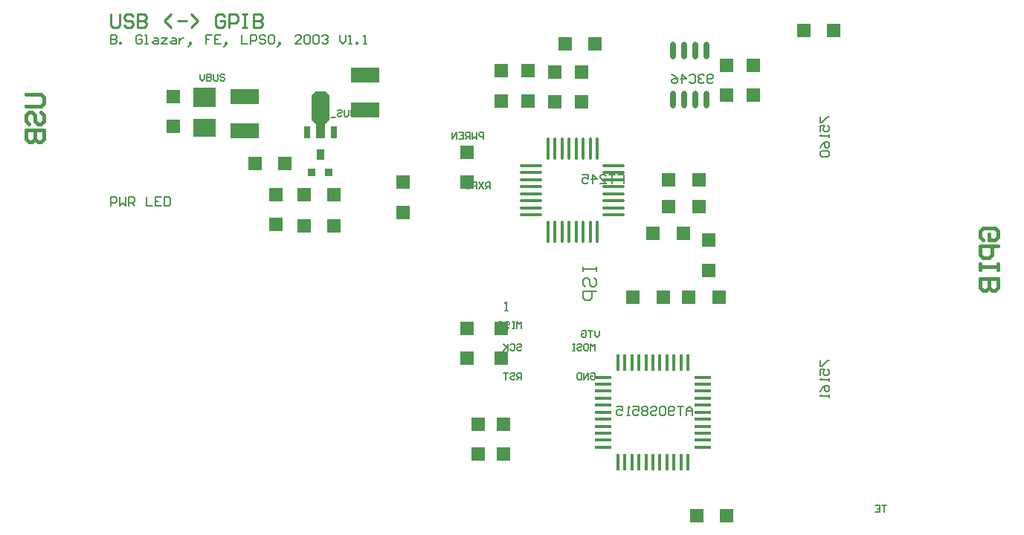
<source format=gtp>
%FSLAX25Y25*%
%MOIN*%
G70*
G01*
G75*
G04 Layer_Color=8421504*
%ADD10C,0.01200*%
%ADD11R,0.03150X0.05512*%
G04:AMPARAMS|DCode=12|XSize=78.74mil|YSize=149.61mil|CornerRadius=0mil|HoleSize=0mil|Usage=FLASHONLY|Rotation=0.000|XOffset=0mil|YOffset=0mil|HoleType=Round|Shape=Octagon|*
%AMOCTAGOND12*
4,1,8,-0.01969,0.07480,0.01969,0.07480,0.03937,0.05512,0.03937,-0.05512,0.01969,-0.07480,-0.01969,-0.07480,-0.03937,-0.05512,-0.03937,0.05512,-0.01969,0.07480,0.0*
%
%ADD12OCTAGOND12*%

%ADD13R,0.03937X0.07299*%
%ADD14R,0.03600X0.05000*%
%ADD15R,0.03600X0.03600*%
%ADD16O,0.02400X0.08000*%
%ADD17R,0.13000X0.07000*%
%ADD18R,0.01600X0.07500*%
%ADD19R,0.07500X0.01600*%
%ADD20O,0.01600X0.10000*%
%ADD21O,0.10000X0.01600*%
%ADD22R,0.10000X0.08000*%
%ADD23R,0.10000X0.09000*%
%ADD24R,0.06000X0.06000*%
%ADD25R,0.06000X0.06000*%
%ADD26C,0.02800*%
%ADD27C,0.01600*%
%ADD28C,0.02400*%
%ADD29C,0.01400*%
%ADD30C,0.01000*%
%ADD31C,0.00800*%
%ADD32C,0.20000*%
%ADD33O,0.07000X0.08500*%
%ADD34C,0.07000*%
%ADD35R,0.07000X0.07000*%
%ADD36C,0.08000*%
%ADD37C,0.06200*%
%ADD38R,0.06200X0.06200*%
%ADD39O,0.07000X0.06000*%
%ADD40R,0.07000X0.06000*%
%ADD41C,0.05000*%
%ADD42C,0.00787*%
D11*
X3159811Y528000D02*
D03*
X3148000D02*
D03*
D12*
X3153905Y539024D02*
D03*
D13*
Y528894D02*
D03*
D14*
X3153800Y518000D02*
D03*
D15*
X3157500Y510000D02*
D03*
X3150000D02*
D03*
D16*
X3312000Y542500D02*
D03*
X3317000D02*
D03*
X3322000D02*
D03*
X3327000D02*
D03*
Y564500D02*
D03*
X3322000D02*
D03*
X3317000D02*
D03*
X3312000D02*
D03*
D17*
X3120000Y544000D02*
D03*
Y528500D02*
D03*
X3174000Y553500D02*
D03*
Y538000D02*
D03*
D18*
X3309200Y424700D02*
D03*
X3312300D02*
D03*
X3315500D02*
D03*
X3318600D02*
D03*
Y379900D02*
D03*
X3315500D02*
D03*
X3312300D02*
D03*
X3309200D02*
D03*
X3306000D02*
D03*
X3287200Y424700D02*
D03*
X3290300D02*
D03*
X3293500D02*
D03*
X3296600D02*
D03*
X3299800D02*
D03*
X3302900D02*
D03*
X3306000D02*
D03*
X3302900Y379900D02*
D03*
X3299800D02*
D03*
X3296600D02*
D03*
X3293500D02*
D03*
X3290300D02*
D03*
X3287200D02*
D03*
D19*
X3325400Y418000D02*
D03*
Y414900D02*
D03*
Y411800D02*
D03*
Y408600D02*
D03*
Y405500D02*
D03*
Y392900D02*
D03*
Y389800D02*
D03*
Y386600D02*
D03*
Y402300D02*
D03*
Y399200D02*
D03*
Y396100D02*
D03*
X3280500Y386600D02*
D03*
Y389800D02*
D03*
Y392900D02*
D03*
Y399200D02*
D03*
Y402300D02*
D03*
Y405500D02*
D03*
Y408600D02*
D03*
Y411800D02*
D03*
Y414900D02*
D03*
Y418000D02*
D03*
Y396100D02*
D03*
D20*
X3278000Y520500D02*
D03*
X3274900D02*
D03*
X3271700D02*
D03*
X3262300D02*
D03*
X3259100D02*
D03*
X3256000D02*
D03*
Y483300D02*
D03*
X3259100D02*
D03*
X3262300D02*
D03*
X3265400D02*
D03*
X3268600D02*
D03*
X3271700D02*
D03*
X3274900D02*
D03*
X3278000D02*
D03*
X3268600Y520500D02*
D03*
X3265400D02*
D03*
D21*
X3248400Y512900D02*
D03*
Y506600D02*
D03*
Y503600D02*
D03*
Y500300D02*
D03*
Y497200D02*
D03*
Y494000D02*
D03*
Y490900D02*
D03*
X3285400D02*
D03*
Y494000D02*
D03*
Y497200D02*
D03*
Y500300D02*
D03*
Y503600D02*
D03*
Y506600D02*
D03*
Y512900D02*
D03*
X3248400Y509800D02*
D03*
X3285400D02*
D03*
D22*
X3102000Y530000D02*
D03*
D23*
Y543500D02*
D03*
D24*
X3370500Y573500D02*
D03*
X3384000D02*
D03*
X3138000Y514000D02*
D03*
X3124500D02*
D03*
X3160000Y500000D02*
D03*
X3146500D02*
D03*
X3160000Y486000D02*
D03*
X3146500D02*
D03*
X3303000Y482500D02*
D03*
X3316500D02*
D03*
X3310000Y506500D02*
D03*
X3323500D02*
D03*
X3336000Y356000D02*
D03*
X3322500D02*
D03*
X3319000Y454000D02*
D03*
X3332500D02*
D03*
X3277000Y567500D02*
D03*
X3263500D02*
D03*
X3294000Y454000D02*
D03*
X3307500D02*
D03*
X3310000Y494500D02*
D03*
X3323500D02*
D03*
D25*
X3235000Y440000D02*
D03*
Y426500D02*
D03*
X3336000Y544500D02*
D03*
Y558000D02*
D03*
X3348000Y544500D02*
D03*
Y558000D02*
D03*
X3235000Y555500D02*
D03*
Y542000D02*
D03*
X3247000Y555500D02*
D03*
Y542000D02*
D03*
X3259000Y555000D02*
D03*
Y541500D02*
D03*
X3134000Y500000D02*
D03*
Y486500D02*
D03*
X3219500Y440000D02*
D03*
Y426500D02*
D03*
X3191000Y505500D02*
D03*
Y492000D02*
D03*
X3236000Y383500D02*
D03*
Y397000D02*
D03*
X3224500Y383500D02*
D03*
Y397000D02*
D03*
X3088000Y544000D02*
D03*
Y530500D02*
D03*
X3219500Y505500D02*
D03*
Y519000D02*
D03*
X3328000Y479500D02*
D03*
Y466000D02*
D03*
X3271000Y541500D02*
D03*
Y555000D02*
D03*
D27*
X3022003Y545000D02*
X3028667D01*
X3030000Y543667D01*
Y541001D01*
X3028667Y539668D01*
X3022003D01*
X3023335Y531671D02*
X3022003Y533004D01*
Y535670D01*
X3023335Y537003D01*
X3024668D01*
X3026001Y535670D01*
Y533004D01*
X3027334Y531671D01*
X3028667D01*
X3030000Y533004D01*
Y535670D01*
X3028667Y537003D01*
X3022003Y529005D02*
X3030000D01*
Y525006D01*
X3028667Y523674D01*
X3027334D01*
X3026001Y525006D01*
Y529005D01*
Y525006D01*
X3024668Y523674D01*
X3023335D01*
X3022003Y525006D01*
Y529005D01*
X3450835Y479668D02*
X3449503Y481001D01*
Y483667D01*
X3450835Y485000D01*
X3456167D01*
X3457500Y483667D01*
Y481001D01*
X3456167Y479668D01*
X3453501D01*
Y482334D01*
X3457500Y477003D02*
X3449503D01*
Y473004D01*
X3450835Y471671D01*
X3453501D01*
X3454834Y473004D01*
Y477003D01*
X3449503Y469005D02*
Y466339D01*
Y467672D01*
X3457500D01*
Y469005D01*
Y466339D01*
X3449503Y462341D02*
X3457500D01*
Y458342D01*
X3456167Y457009D01*
X3454834D01*
X3453501Y458342D01*
Y462341D01*
Y458342D01*
X3452168Y457009D01*
X3450835D01*
X3449503Y458342D01*
Y462341D01*
D30*
X3060000Y580998D02*
Y576000D01*
X3061000Y575000D01*
X3062999D01*
X3063999Y576000D01*
Y580998D01*
X3069997Y579998D02*
X3068997Y580998D01*
X3066998D01*
X3065998Y579998D01*
Y578999D01*
X3066998Y577999D01*
X3068997D01*
X3069997Y576999D01*
Y576000D01*
X3068997Y575000D01*
X3066998D01*
X3065998Y576000D01*
X3071996Y580998D02*
Y575000D01*
X3074995D01*
X3075995Y576000D01*
Y576999D01*
X3074995Y577999D01*
X3071996D01*
X3074995D01*
X3075995Y578999D01*
Y579998D01*
X3074995Y580998D01*
X3071996D01*
X3086991Y575000D02*
X3083992Y577999D01*
X3086991Y580998D01*
X3089990Y577999D02*
X3093989D01*
X3095988Y575000D02*
X3098987Y577999D01*
X3095988Y580998D01*
X3110983Y579998D02*
X3109984Y580998D01*
X3107985D01*
X3106985Y579998D01*
Y576000D01*
X3107985Y575000D01*
X3109984D01*
X3110983Y576000D01*
Y577999D01*
X3108984D01*
X3112983Y575000D02*
Y580998D01*
X3115982D01*
X3116982Y579998D01*
Y577999D01*
X3115982Y576999D01*
X3112983D01*
X3118981Y580998D02*
X3120980D01*
X3119981D01*
Y575000D01*
X3118981D01*
X3120980D01*
X3123979Y580998D02*
Y575000D01*
X3126978D01*
X3127978Y576000D01*
Y576999D01*
X3126978Y577999D01*
X3123979D01*
X3126978D01*
X3127978Y578999D01*
Y579998D01*
X3126978Y580998D01*
X3123979D01*
D31*
X3172500Y537999D02*
Y536000D01*
X3171500Y535000D01*
X3170501Y536000D01*
Y537999D01*
X3169501D02*
Y535000D01*
X3168002D01*
X3167502Y535500D01*
Y536000D01*
X3168002Y536500D01*
X3169501D01*
X3168002D01*
X3167502Y536999D01*
Y537499D01*
X3168002Y537999D01*
X3169501D01*
X3166502D02*
Y535500D01*
X3166002Y535000D01*
X3165002D01*
X3164503Y535500D01*
Y537999D01*
X3161504Y537499D02*
X3162003Y537999D01*
X3163003D01*
X3163503Y537499D01*
Y536999D01*
X3163003Y536500D01*
X3162003D01*
X3161504Y536000D01*
Y535500D01*
X3162003Y535000D01*
X3163003D01*
X3163503Y535500D01*
X3160504Y534500D02*
X3158504D01*
X3155506Y537499D02*
X3156005Y537999D01*
X3157005D01*
X3157505Y537499D01*
Y536999D01*
X3157005Y536500D01*
X3156005D01*
X3155506Y536000D01*
Y535500D01*
X3156005Y535000D01*
X3157005D01*
X3157505Y535500D01*
X3154506Y537999D02*
Y535000D01*
X3153506Y536000D01*
X3152506Y535000D01*
Y537999D01*
X3230000Y502500D02*
Y505499D01*
X3228500D01*
X3228001Y504999D01*
Y504000D01*
X3228500Y503500D01*
X3230000D01*
X3229000D02*
X3228001Y502500D01*
X3227001Y505499D02*
X3225002Y502500D01*
Y505499D02*
X3227001Y502500D01*
X3222002Y505499D02*
X3224002D01*
Y504000D01*
X3223002D01*
X3224002D01*
Y502500D01*
X3220503D02*
Y505499D01*
X3219503D02*
Y502500D01*
X3221003Y504499D02*
X3219503D01*
X3219004D01*
X3221003Y503500D02*
X3219004D01*
X3227000Y525000D02*
Y527999D01*
X3225500D01*
X3225001Y527499D01*
Y526500D01*
X3225500Y526000D01*
X3227000D01*
X3224001Y527999D02*
Y525000D01*
X3223001Y526000D01*
X3222002Y525000D01*
Y527999D01*
X3221002Y525000D02*
Y527999D01*
X3219502D01*
X3219003Y527499D01*
Y526500D01*
X3219502Y526000D01*
X3221002D01*
X3220002D02*
X3219003Y525000D01*
X3216003Y527999D02*
X3218003D01*
Y525000D01*
X3216003D01*
X3218003Y526500D02*
X3217003D01*
X3215004Y525000D02*
Y527999D01*
X3213005Y525000D01*
Y527999D01*
X3330000Y550666D02*
X3329333Y550000D01*
X3328001D01*
X3327334Y550666D01*
Y553332D01*
X3328001Y553999D01*
X3329333D01*
X3330000Y553332D01*
Y552666D01*
X3329333Y551999D01*
X3327334D01*
X3326001Y553332D02*
X3325335Y553999D01*
X3324002D01*
X3323336Y553332D01*
Y552666D01*
X3324002Y551999D01*
X3324669D01*
X3324002D01*
X3323336Y551333D01*
Y550666D01*
X3324002Y550000D01*
X3325335D01*
X3326001Y550666D01*
X3319337Y553332D02*
X3320003Y553999D01*
X3321336D01*
X3322002Y553332D01*
Y550666D01*
X3321336Y550000D01*
X3320003D01*
X3319337Y550666D01*
X3316005Y550000D02*
Y553999D01*
X3318004Y551999D01*
X3315338D01*
X3311340Y553999D02*
X3312672Y553332D01*
X3314005Y551999D01*
Y550666D01*
X3313339Y550000D01*
X3312006D01*
X3311340Y550666D01*
Y551333D01*
X3312006Y551999D01*
X3314005D01*
X3407500Y360499D02*
X3405501D01*
X3406500D01*
Y357500D01*
X3402502Y360499D02*
X3404501D01*
Y357500D01*
X3402502D01*
X3404501Y358999D02*
X3403501D01*
X3287334Y508999D02*
X3290000D01*
Y506999D01*
X3288667D01*
X3290000D01*
Y505000D01*
X3286001Y508999D02*
X3283335D01*
X3284668D01*
Y505000D01*
X3279337D02*
X3282003D01*
X3279337Y507666D01*
Y508332D01*
X3280003Y508999D01*
X3281336D01*
X3282003Y508332D01*
X3276004Y505000D02*
Y508999D01*
X3278004Y506999D01*
X3275338D01*
X3271339Y508999D02*
X3274005D01*
Y506999D01*
X3272672Y507666D01*
X3272006D01*
X3271339Y506999D01*
Y505666D01*
X3272006Y505000D01*
X3273339D01*
X3274005Y505666D01*
X3279000Y438999D02*
Y437000D01*
X3278000Y436000D01*
X3277001Y437000D01*
Y438999D01*
X3276001D02*
X3274002D01*
X3275001D01*
Y436000D01*
X3271003Y438499D02*
X3271502Y438999D01*
X3272502D01*
X3273002Y438499D01*
Y436500D01*
X3272502Y436000D01*
X3271502D01*
X3271003Y436500D01*
Y437500D01*
X3272002D01*
X3277000Y430000D02*
Y432999D01*
X3276000Y431999D01*
X3275001Y432999D01*
Y430000D01*
X3272501Y432999D02*
X3273501D01*
X3274001Y432499D01*
Y430500D01*
X3273501Y430000D01*
X3272501D01*
X3272002Y430500D01*
Y432499D01*
X3272501Y432999D01*
X3269003Y432499D02*
X3269502Y432999D01*
X3270502D01*
X3271002Y432499D01*
Y431999D01*
X3270502Y431499D01*
X3269502D01*
X3269003Y431000D01*
Y430500D01*
X3269502Y430000D01*
X3270502D01*
X3271002Y430500D01*
X3268003Y432999D02*
X3267003D01*
X3267503D01*
Y430000D01*
X3268003D01*
X3267003D01*
X3275001Y419499D02*
X3275500Y419999D01*
X3276500D01*
X3277000Y419499D01*
Y417500D01*
X3276500Y417000D01*
X3275500D01*
X3275001Y417500D01*
Y418500D01*
X3276000D01*
X3274001Y417000D02*
Y419999D01*
X3272002Y417000D01*
Y419999D01*
X3271002D02*
Y417000D01*
X3269502D01*
X3269003Y417500D01*
Y419499D01*
X3269502Y419999D01*
X3271002D01*
X3244000Y440000D02*
Y442999D01*
X3243000Y441999D01*
X3242001Y442999D01*
Y440000D01*
X3241001Y442999D02*
X3240001D01*
X3240501D01*
Y440000D01*
X3241001D01*
X3240001D01*
X3236502Y442499D02*
X3237002Y442999D01*
X3238002D01*
X3238502Y442499D01*
Y441999D01*
X3238002Y441500D01*
X3237002D01*
X3236502Y441000D01*
Y440500D01*
X3237002Y440000D01*
X3238002D01*
X3238502Y440500D01*
X3234003Y442999D02*
X3235003D01*
X3235503Y442499D01*
Y440500D01*
X3235003Y440000D01*
X3234003D01*
X3233503Y440500D01*
Y442499D01*
X3234003Y442999D01*
X3242001Y432499D02*
X3242501Y432999D01*
X3243500D01*
X3244000Y432499D01*
Y431999D01*
X3243500Y431499D01*
X3242501D01*
X3242001Y431000D01*
Y430500D01*
X3242501Y430000D01*
X3243500D01*
X3244000Y430500D01*
X3239001Y432499D02*
X3239502Y432999D01*
X3240501D01*
X3241001Y432499D01*
Y430500D01*
X3240501Y430000D01*
X3239502D01*
X3239001Y430500D01*
X3238002Y432999D02*
Y430000D01*
Y431000D01*
X3236003Y432999D01*
X3237502Y431499D01*
X3236003Y430000D01*
X3244000Y417000D02*
Y419999D01*
X3242501D01*
X3242001Y419499D01*
Y418500D01*
X3242501Y418000D01*
X3244000D01*
X3243000D02*
X3242001Y417000D01*
X3239001Y419499D02*
X3239502Y419999D01*
X3240501D01*
X3241001Y419499D01*
Y418999D01*
X3240501Y418500D01*
X3239502D01*
X3239001Y418000D01*
Y417500D01*
X3239502Y417000D01*
X3240501D01*
X3241001Y417500D01*
X3238002Y419999D02*
X3236003D01*
X3237002D01*
Y417000D01*
X3271502Y467500D02*
Y465501D01*
Y466500D01*
X3277500D01*
Y467500D01*
Y465501D01*
X3272502Y458503D02*
X3271502Y459503D01*
Y461502D01*
X3272502Y462502D01*
X3273501D01*
X3274501Y461502D01*
Y459503D01*
X3275500Y458503D01*
X3276500D01*
X3277500Y459503D01*
Y461502D01*
X3276500Y462502D01*
X3277500Y456504D02*
X3271502D01*
Y453505D01*
X3272502Y452505D01*
X3274501D01*
X3275500Y453505D01*
Y456504D01*
X3320500Y401000D02*
Y403666D01*
X3319167Y404999D01*
X3317834Y403666D01*
Y401000D01*
Y402999D01*
X3320500D01*
X3316501Y404999D02*
X3313836D01*
X3315168D01*
Y401000D01*
X3312503Y401666D02*
X3311836Y401000D01*
X3310503D01*
X3309837Y401666D01*
Y404332D01*
X3310503Y404999D01*
X3311836D01*
X3312503Y404332D01*
Y403666D01*
X3311836Y402999D01*
X3309837D01*
X3308504Y404332D02*
X3307837Y404999D01*
X3306504D01*
X3305838Y404332D01*
Y401666D01*
X3306504Y401000D01*
X3307837D01*
X3308504Y401666D01*
Y404332D01*
X3301839D02*
X3302506Y404999D01*
X3303839D01*
X3304505Y404332D01*
Y403666D01*
X3303839Y402999D01*
X3302506D01*
X3301839Y402333D01*
Y401666D01*
X3302506Y401000D01*
X3303839D01*
X3304505Y401666D01*
X3300507Y404332D02*
X3299840Y404999D01*
X3298507D01*
X3297840Y404332D01*
Y403666D01*
X3298507Y402999D01*
X3297840Y402333D01*
Y401666D01*
X3298507Y401000D01*
X3299840D01*
X3300507Y401666D01*
Y402333D01*
X3299840Y402999D01*
X3300507Y403666D01*
Y404332D01*
X3299840Y402999D02*
X3298507D01*
X3293842Y404999D02*
X3296508D01*
Y402999D01*
X3295175Y403666D01*
X3294508D01*
X3293842Y402999D01*
Y401666D01*
X3294508Y401000D01*
X3295841D01*
X3296508Y401666D01*
X3292509Y401000D02*
X3291176D01*
X3291843D01*
Y404999D01*
X3292509Y404332D01*
X3286511Y404999D02*
X3289177D01*
Y402999D01*
X3287844Y403666D01*
X3287177D01*
X3286511Y402999D01*
Y401666D01*
X3287177Y401000D01*
X3288510D01*
X3289177Y401666D01*
X3378001Y535000D02*
Y532334D01*
X3378668D01*
X3381334Y535000D01*
X3382000D01*
X3378001Y528336D02*
Y531001D01*
X3380001D01*
X3379334Y529668D01*
Y529002D01*
X3380001Y528336D01*
X3381334D01*
X3382000Y529002D01*
Y530335D01*
X3381334Y531001D01*
X3382000Y527003D02*
Y525670D01*
Y526336D01*
X3378001D01*
X3378668Y527003D01*
X3378001Y521004D02*
X3378668Y522337D01*
X3380001Y523670D01*
X3381334D01*
X3382000Y523004D01*
Y521671D01*
X3381334Y521004D01*
X3380667D01*
X3380001Y521671D01*
Y523670D01*
X3378668Y519672D02*
X3378001Y519005D01*
Y517672D01*
X3378668Y517006D01*
X3381334D01*
X3382000Y517672D01*
Y519005D01*
X3381334Y519672D01*
X3378668D01*
X3378001Y425500D02*
Y422834D01*
X3378668D01*
X3381334Y425500D01*
X3382000D01*
X3378001Y418835D02*
Y421501D01*
X3380001D01*
X3379334Y420168D01*
Y419502D01*
X3380001Y418835D01*
X3381334D01*
X3382000Y419502D01*
Y420835D01*
X3381334Y421501D01*
X3382000Y417503D02*
Y416170D01*
Y416836D01*
X3378001D01*
X3378668Y417503D01*
X3378001Y411505D02*
X3378668Y412837D01*
X3380001Y414170D01*
X3381334D01*
X3382000Y413504D01*
Y412171D01*
X3381334Y411505D01*
X3380667D01*
X3380001Y412171D01*
Y414170D01*
X3382000Y410172D02*
Y408839D01*
Y409505D01*
X3378001D01*
X3378668Y410172D01*
X3236500Y448000D02*
X3237833D01*
X3237166D01*
Y451999D01*
X3236500Y451332D01*
X3100000Y553999D02*
Y552000D01*
X3101000Y551000D01*
X3101999Y552000D01*
Y553999D01*
X3102999D02*
Y551000D01*
X3104498D01*
X3104998Y551500D01*
Y552000D01*
X3104498Y552499D01*
X3102999D01*
X3104498D01*
X3104998Y552999D01*
Y553499D01*
X3104498Y553999D01*
X3102999D01*
X3105998D02*
Y551500D01*
X3106498Y551000D01*
X3107498D01*
X3107997Y551500D01*
Y553999D01*
X3110996Y553499D02*
X3110497Y553999D01*
X3109497D01*
X3108997Y553499D01*
Y552999D01*
X3109497Y552499D01*
X3110497D01*
X3110996Y552000D01*
Y551500D01*
X3110497Y551000D01*
X3109497D01*
X3108997Y551500D01*
X3060000Y495000D02*
Y498999D01*
X3061999D01*
X3062666Y498332D01*
Y496999D01*
X3061999Y496333D01*
X3060000D01*
X3063999Y498999D02*
Y495000D01*
X3065332Y496333D01*
X3066665Y495000D01*
Y498999D01*
X3067997Y495000D02*
Y498999D01*
X3069997D01*
X3070663Y498332D01*
Y496999D01*
X3069997Y496333D01*
X3067997D01*
X3069330D02*
X3070663Y495000D01*
X3075995Y498999D02*
Y495000D01*
X3078661D01*
X3082659Y498999D02*
X3079993D01*
Y495000D01*
X3082659D01*
X3079993Y496999D02*
X3081326D01*
X3083992Y498999D02*
Y495000D01*
X3085992D01*
X3086658Y495666D01*
Y498332D01*
X3085992Y498999D01*
X3083992D01*
X3060000Y571499D02*
Y567500D01*
X3061999D01*
X3062666Y568166D01*
Y568833D01*
X3061999Y569499D01*
X3060000D01*
X3061999D01*
X3062666Y570166D01*
Y570832D01*
X3061999Y571499D01*
X3060000D01*
X3063999Y567500D02*
Y568166D01*
X3064665D01*
Y567500D01*
X3063999D01*
X3073996Y570832D02*
X3073329Y571499D01*
X3071996D01*
X3071330Y570832D01*
Y568166D01*
X3071996Y567500D01*
X3073329D01*
X3073996Y568166D01*
Y569499D01*
X3072663D01*
X3075328Y567500D02*
X3076661D01*
X3075995D01*
Y571499D01*
X3075328D01*
X3079327Y570166D02*
X3080660D01*
X3081326Y569499D01*
Y567500D01*
X3079327D01*
X3078661Y568166D01*
X3079327Y568833D01*
X3081326D01*
X3082659Y570166D02*
X3085325D01*
X3082659Y567500D01*
X3085325D01*
X3087325Y570166D02*
X3088657D01*
X3089324Y569499D01*
Y567500D01*
X3087325D01*
X3086658Y568166D01*
X3087325Y568833D01*
X3089324D01*
X3090657Y570166D02*
Y567500D01*
Y568833D01*
X3091323Y569499D01*
X3091990Y570166D01*
X3092656D01*
X3095322Y566834D02*
X3095988Y567500D01*
Y568166D01*
X3095322D01*
Y567500D01*
X3095988D01*
X3095322Y566834D01*
X3094655Y566167D01*
X3105319Y571499D02*
X3102653D01*
Y569499D01*
X3103986D01*
X3102653D01*
Y567500D01*
X3109317Y571499D02*
X3106652D01*
Y567500D01*
X3109317D01*
X3106652Y569499D02*
X3107985D01*
X3111317Y566834D02*
X3111983Y567500D01*
Y568166D01*
X3111317D01*
Y567500D01*
X3111983D01*
X3111317Y566834D01*
X3110650Y566167D01*
X3118648Y571499D02*
Y567500D01*
X3121314D01*
X3122647D02*
Y571499D01*
X3124646D01*
X3125312Y570832D01*
Y569499D01*
X3124646Y568833D01*
X3122647D01*
X3129311Y570832D02*
X3128645Y571499D01*
X3127312D01*
X3126645Y570832D01*
Y570166D01*
X3127312Y569499D01*
X3128645D01*
X3129311Y568833D01*
Y568166D01*
X3128645Y567500D01*
X3127312D01*
X3126645Y568166D01*
X3132643Y571499D02*
X3131310D01*
X3130644Y570832D01*
Y568166D01*
X3131310Y567500D01*
X3132643D01*
X3133310Y568166D01*
Y570832D01*
X3132643Y571499D01*
X3135309Y566834D02*
X3135975Y567500D01*
Y568166D01*
X3135309D01*
Y567500D01*
X3135975D01*
X3135309Y566834D01*
X3134643Y566167D01*
X3145306Y567500D02*
X3142640D01*
X3145306Y570166D01*
Y570832D01*
X3144639Y571499D01*
X3143307D01*
X3142640Y570832D01*
X3146639D02*
X3147305Y571499D01*
X3148638D01*
X3149305Y570832D01*
Y568166D01*
X3148638Y567500D01*
X3147305D01*
X3146639Y568166D01*
Y570832D01*
X3150637D02*
X3151304Y571499D01*
X3152637D01*
X3153303Y570832D01*
Y568166D01*
X3152637Y567500D01*
X3151304D01*
X3150637Y568166D01*
Y570832D01*
X3154636D02*
X3155303Y571499D01*
X3156635D01*
X3157302Y570832D01*
Y570166D01*
X3156635Y569499D01*
X3155969D01*
X3156635D01*
X3157302Y568833D01*
Y568166D01*
X3156635Y567500D01*
X3155303D01*
X3154636Y568166D01*
X3162634Y571499D02*
Y568833D01*
X3163967Y567500D01*
X3165299Y568833D01*
Y571499D01*
X3166632Y567500D02*
X3167965D01*
X3167299D01*
Y571499D01*
X3166632Y570832D01*
X3169964Y567500D02*
Y568166D01*
X3170631D01*
Y567500D01*
X3169964D01*
X3173297D02*
X3174630D01*
X3173963D01*
Y571499D01*
X3173297Y570832D01*
M02*

</source>
